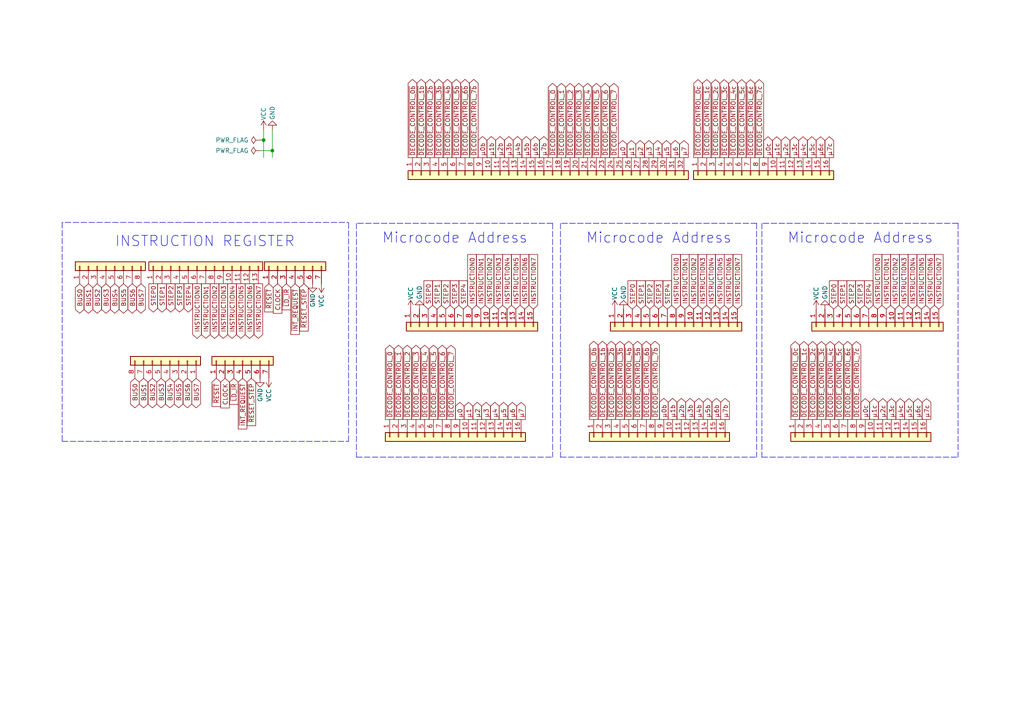
<source format=kicad_sch>
(kicad_sch (version 20211123) (generator eeschema)
  (paper "A4")
  (lib_symbols
    (symbol "Connector_Generic:Conn_01x07" (pin_names (offset 1.016) hide)
      (property "Reference" "J" (at 0 10.16 0))
      (property "Value" "Conn_01x07" (at 0 -10.16 0))
      (symbol "Conn_01x07_1_1"
        (rectangle (start -1.27 -7.493) (end 0 -7.747) (stroke (width 0.1524)))
        (rectangle (start -1.27 -4.953) (end 0 -5.207) (stroke (width 0.1524)))
        (rectangle (start -1.27 -2.413) (end 0 -2.667) (stroke (width 0.1524)))
        (rectangle (start -1.27 0.127) (end 0 -0.127) (stroke (width 0.1524)))
        (rectangle (start -1.27 2.667) (end 0 2.413) (stroke (width 0.1524)))
        (rectangle (start -1.27 5.207) (end 0 4.953) (stroke (width 0.1524)))
        (rectangle (start -1.27 7.747) (end 0 7.493) (stroke (width 0.1524)))
        (rectangle (start -1.27 8.89) (end 1.27 -8.89) (stroke (width 0.254)) (fill (type background)))
        (pin passive line (at -5.08 7.62 0) (length 3.81) (name "Pin_1") (number "1"))
        (pin passive line (at -5.08 5.08 0) (length 3.81) (name "Pin_2") (number "2"))
        (pin passive line (at -5.08 2.54 0) (length 3.81) (name "Pin_3") (number "3"))
        (pin passive line (at -5.08 0 0) (length 3.81) (name "Pin_4") (number "4"))
        (pin passive line (at -5.08 -2.54 0) (length 3.81) (name "Pin_5") (number "5"))
        (pin passive line (at -5.08 -5.08 0) (length 3.81) (name "Pin_6") (number "6"))
        (pin passive line (at -5.08 -7.62 0) (length 3.81) (name "Pin_7") (number "7"))
      )
    )
    (symbol "Connector_Generic:Conn_01x08" (pin_names (offset 1.016) hide)
      (property "Reference" "J" (at 0 10.16 0))
      (property "Value" "Conn_01x08" (at 0 -12.7 0))
      (symbol "Conn_01x08_1_1"
        (rectangle (start -1.27 -10.033) (end 0 -10.287) (stroke (width 0.1524)))
        (rectangle (start -1.27 -7.493) (end 0 -7.747) (stroke (width 0.1524)))
        (rectangle (start -1.27 -4.953) (end 0 -5.207) (stroke (width 0.1524)))
        (rectangle (start -1.27 -2.413) (end 0 -2.667) (stroke (width 0.1524)))
        (rectangle (start -1.27 0.127) (end 0 -0.127) (stroke (width 0.1524)))
        (rectangle (start -1.27 2.667) (end 0 2.413) (stroke (width 0.1524)))
        (rectangle (start -1.27 5.207) (end 0 4.953) (stroke (width 0.1524)))
        (rectangle (start -1.27 7.747) (end 0 7.493) (stroke (width 0.1524)))
        (rectangle (start -1.27 8.89) (end 1.27 -11.43) (stroke (width 0.254)) (fill (type background)))
        (pin passive line (at -5.08 7.62 0) (length 3.81) (name "Pin_1") (number "1"))
        (pin passive line (at -5.08 5.08 0) (length 3.81) (name "Pin_2") (number "2"))
        (pin passive line (at -5.08 2.54 0) (length 3.81) (name "Pin_3") (number "3"))
        (pin passive line (at -5.08 0 0) (length 3.81) (name "Pin_4") (number "4"))
        (pin passive line (at -5.08 -2.54 0) (length 3.81) (name "Pin_5") (number "5"))
        (pin passive line (at -5.08 -5.08 0) (length 3.81) (name "Pin_6") (number "6"))
        (pin passive line (at -5.08 -7.62 0) (length 3.81) (name "Pin_7") (number "7"))
        (pin passive line (at -5.08 -10.16 0) (length 3.81) (name "Pin_8") (number "8"))
      )
    )
    (symbol "Connector_Generic:Conn_01x13" (pin_names (offset 1.016) hide)
      (property "Reference" "J" (at 0 17.78 0))
      (property "Value" "Conn_01x13" (at 0 -17.78 0))
      (symbol "Conn_01x13_1_1"
        (rectangle (start -1.27 -15.113) (end 0 -15.367) (stroke (width 0.1524)))
        (rectangle (start -1.27 -12.573) (end 0 -12.827) (stroke (width 0.1524)))
        (rectangle (start -1.27 -10.033) (end 0 -10.287) (stroke (width 0.1524)))
        (rectangle (start -1.27 -7.493) (end 0 -7.747) (stroke (width 0.1524)))
        (rectangle (start -1.27 -4.953) (end 0 -5.207) (stroke (width 0.1524)))
        (rectangle (start -1.27 -2.413) (end 0 -2.667) (stroke (width 0.1524)))
        (rectangle (start -1.27 0.127) (end 0 -0.127) (stroke (width 0.1524)))
        (rectangle (start -1.27 2.667) (end 0 2.413) (stroke (width 0.1524)))
        (rectangle (start -1.27 5.207) (end 0 4.953) (stroke (width 0.1524)))
        (rectangle (start -1.27 7.747) (end 0 7.493) (stroke (width 0.1524)))
        (rectangle (start -1.27 10.287) (end 0 10.033) (stroke (width 0.1524)))
        (rectangle (start -1.27 12.827) (end 0 12.573) (stroke (width 0.1524)))
        (rectangle (start -1.27 15.367) (end 0 15.113) (stroke (width 0.1524)))
        (rectangle (start -1.27 16.51) (end 1.27 -16.51) (stroke (width 0.254)) (fill (type background)))
        (pin passive line (at -5.08 15.24 0) (length 3.81) (name "Pin_1") (number "1"))
        (pin passive line (at -5.08 -7.62 0) (length 3.81) (name "Pin_10") (number "10"))
        (pin passive line (at -5.08 -10.16 0) (length 3.81) (name "Pin_11") (number "11"))
        (pin passive line (at -5.08 -12.7 0) (length 3.81) (name "Pin_12") (number "12"))
        (pin passive line (at -5.08 -15.24 0) (length 3.81) (name "Pin_13") (number "13"))
        (pin passive line (at -5.08 12.7 0) (length 3.81) (name "Pin_2") (number "2"))
        (pin passive line (at -5.08 10.16 0) (length 3.81) (name "Pin_3") (number "3"))
        (pin passive line (at -5.08 7.62 0) (length 3.81) (name "Pin_4") (number "4"))
        (pin passive line (at -5.08 5.08 0) (length 3.81) (name "Pin_5") (number "5"))
        (pin passive line (at -5.08 2.54 0) (length 3.81) (name "Pin_6") (number "6"))
        (pin passive line (at -5.08 0 0) (length 3.81) (name "Pin_7") (number "7"))
        (pin passive line (at -5.08 -2.54 0) (length 3.81) (name "Pin_8") (number "8"))
        (pin passive line (at -5.08 -5.08 0) (length 3.81) (name "Pin_9") (number "9"))
      )
    )
    (symbol "Connector_Generic:Conn_01x15" (pin_names (offset 1.016) hide)
      (property "Reference" "J" (at 0 20.32 0))
      (property "Value" "Conn_01x15" (at 0 -20.32 0))
      (symbol "Conn_01x15_1_1"
        (rectangle (start -1.27 -17.653) (end 0 -17.907) (stroke (width 0.1524)))
        (rectangle (start -1.27 -15.113) (end 0 -15.367) (stroke (width 0.1524)))
        (rectangle (start -1.27 -12.573) (end 0 -12.827) (stroke (width 0.1524)))
        (rectangle (start -1.27 -10.033) (end 0 -10.287) (stroke (width 0.1524)))
        (rectangle (start -1.27 -7.493) (end 0 -7.747) (stroke (width 0.1524)))
        (rectangle (start -1.27 -4.953) (end 0 -5.207) (stroke (width 0.1524)))
        (rectangle (start -1.27 -2.413) (end 0 -2.667) (stroke (width 0.1524)))
        (rectangle (start -1.27 0.127) (end 0 -0.127) (stroke (width 0.1524)))
        (rectangle (start -1.27 2.667) (end 0 2.413) (stroke (width 0.1524)))
        (rectangle (start -1.27 5.207) (end 0 4.953) (stroke (width 0.1524)))
        (rectangle (start -1.27 7.747) (end 0 7.493) (stroke (width 0.1524)))
        (rectangle (start -1.27 10.287) (end 0 10.033) (stroke (width 0.1524)))
        (rectangle (start -1.27 12.827) (end 0 12.573) (stroke (width 0.1524)))
        (rectangle (start -1.27 15.367) (end 0 15.113) (stroke (width 0.1524)))
        (rectangle (start -1.27 17.907) (end 0 17.653) (stroke (width 0.1524)))
        (rectangle (start -1.27 19.05) (end 1.27 -19.05) (stroke (width 0.254)) (fill (type background)))
        (pin passive line (at -5.08 17.78 0) (length 3.81) (name "Pin_1") (number "1"))
        (pin passive line (at -5.08 -5.08 0) (length 3.81) (name "Pin_10") (number "10"))
        (pin passive line (at -5.08 -7.62 0) (length 3.81) (name "Pin_11") (number "11"))
        (pin passive line (at -5.08 -10.16 0) (length 3.81) (name "Pin_12") (number "12"))
        (pin passive line (at -5.08 -12.7 0) (length 3.81) (name "Pin_13") (number "13"))
        (pin passive line (at -5.08 -15.24 0) (length 3.81) (name "Pin_14") (number "14"))
        (pin passive line (at -5.08 -17.78 0) (length 3.81) (name "Pin_15") (number "15"))
        (pin passive line (at -5.08 15.24 0) (length 3.81) (name "Pin_2") (number "2"))
        (pin passive line (at -5.08 12.7 0) (length 3.81) (name "Pin_3") (number "3"))
        (pin passive line (at -5.08 10.16 0) (length 3.81) (name "Pin_4") (number "4"))
        (pin passive line (at -5.08 7.62 0) (length 3.81) (name "Pin_5") (number "5"))
        (pin passive line (at -5.08 5.08 0) (length 3.81) (name "Pin_6") (number "6"))
        (pin passive line (at -5.08 2.54 0) (length 3.81) (name "Pin_7") (number "7"))
        (pin passive line (at -5.08 0 0) (length 3.81) (name "Pin_8") (number "8"))
        (pin passive line (at -5.08 -2.54 0) (length 3.81) (name "Pin_9") (number "9"))
      )
    )
    (symbol "Connector_Generic:Conn_01x16" (pin_names (offset 1.016) hide)
      (property "Reference" "J" (at 0 20.32 0))
      (property "Value" "Conn_01x16" (at 0 -22.86 0))
      (symbol "Conn_01x16_1_1"
        (rectangle (start -1.27 -20.193) (end 0 -20.447) (stroke (width 0.1524)))
        (rectangle (start -1.27 -17.653) (end 0 -17.907) (stroke (width 0.1524)))
        (rectangle (start -1.27 -15.113) (end 0 -15.367) (stroke (width 0.1524)))
        (rectangle (start -1.27 -12.573) (end 0 -12.827) (stroke (width 0.1524)))
        (rectangle (start -1.27 -10.033) (end 0 -10.287) (stroke (width 0.1524)))
        (rectangle (start -1.27 -7.493) (end 0 -7.747) (stroke (width 0.1524)))
        (rectangle (start -1.27 -4.953) (end 0 -5.207) (stroke (width 0.1524)))
        (rectangle (start -1.27 -2.413) (end 0 -2.667) (stroke (width 0.1524)))
        (rectangle (start -1.27 0.127) (end 0 -0.127) (stroke (width 0.1524)))
        (rectangle (start -1.27 2.667) (end 0 2.413) (stroke (width 0.1524)))
        (rectangle (start -1.27 5.207) (end 0 4.953) (stroke (width 0.1524)))
        (rectangle (start -1.27 7.747) (end 0 7.493) (stroke (width 0.1524)))
        (rectangle (start -1.27 10.287) (end 0 10.033) (stroke (width 0.1524)))
        (rectangle (start -1.27 12.827) (end 0 12.573) (stroke (width 0.1524)))
        (rectangle (start -1.27 15.367) (end 0 15.113) (stroke (width 0.1524)))
        (rectangle (start -1.27 17.907) (end 0 17.653) (stroke (width 0.1524)))
        (rectangle (start -1.27 19.05) (end 1.27 -21.59) (stroke (width 0.254)) (fill (type background)))
        (pin passive line (at -5.08 17.78 0) (length 3.81) (name "Pin_1") (number "1"))
        (pin passive line (at -5.08 -5.08 0) (length 3.81) (name "Pin_10") (number "10"))
        (pin passive line (at -5.08 -7.62 0) (length 3.81) (name "Pin_11") (number "11"))
        (pin passive line (at -5.08 -10.16 0) (length 3.81) (name "Pin_12") (number "12"))
        (pin passive line (at -5.08 -12.7 0) (length 3.81) (name "Pin_13") (number "13"))
        (pin passive line (at -5.08 -15.24 0) (length 3.81) (name "Pin_14") (number "14"))
        (pin passive line (at -5.08 -17.78 0) (length 3.81) (name "Pin_15") (number "15"))
        (pin passive line (at -5.08 -20.32 0) (length 3.81) (name "Pin_16") (number "16"))
        (pin passive line (at -5.08 15.24 0) (length 3.81) (name "Pin_2") (number "2"))
        (pin passive line (at -5.08 12.7 0) (length 3.81) (name "Pin_3") (number "3"))
        (pin passive line (at -5.08 10.16 0) (length 3.81) (name "Pin_4") (number "4"))
        (pin passive line (at -5.08 7.62 0) (length 3.81) (name "Pin_5") (number "5"))
        (pin passive line (at -5.08 5.08 0) (length 3.81) (name "Pin_6") (number "6"))
        (pin passive line (at -5.08 2.54 0) (length 3.81) (name "Pin_7") (number "7"))
        (pin passive line (at -5.08 0 0) (length 3.81) (name "Pin_8") (number "8"))
        (pin passive line (at -5.08 -2.54 0) (length 3.81) (name "Pin_9") (number "9"))
      )
    )
    (symbol "Connector_Generic:Conn_01x32" (pin_names (offset 1.016) hide)
      (property "Reference" "J" (at 0 40.64 0))
      (property "Value" "Conn_01x32" (at 0 -43.18 0))
      (symbol "Conn_01x32_1_1"
        (rectangle (start -1.27 -40.513) (end 0 -40.767) (stroke (width 0.1524)))
        (rectangle (start -1.27 -37.973) (end 0 -38.227) (stroke (width 0.1524)))
        (rectangle (start -1.27 -35.433) (end 0 -35.687) (stroke (width 0.1524)))
        (rectangle (start -1.27 -32.893) (end 0 -33.147) (stroke (width 0.1524)))
        (rectangle (start -1.27 -30.353) (end 0 -30.607) (stroke (width 0.1524)))
        (rectangle (start -1.27 -27.813) (end 0 -28.067) (stroke (width 0.1524)))
        (rectangle (start -1.27 -25.273) (end 0 -25.527) (stroke (width 0.1524)))
        (rectangle (start -1.27 -22.733) (end 0 -22.987) (stroke (width 0.1524)))
        (rectangle (start -1.27 -20.193) (end 0 -20.447) (stroke (width 0.1524)))
        (rectangle (start -1.27 -17.653) (end 0 -17.907) (stroke (width 0.1524)))
        (rectangle (start -1.27 -15.113) (end 0 -15.367) (stroke (width 0.1524)))
        (rectangle (start -1.27 -12.573) (end 0 -12.827) (stroke (width 0.1524)))
        (rectangle (start -1.27 -10.033) (end 0 -10.287) (stroke (width 0.1524)))
        (rectangle (start -1.27 -7.493) (end 0 -7.747) (stroke (width 0.1524)))
        (rectangle (start -1.27 -4.953) (end 0 -5.207) (stroke (width 0.1524)))
        (rectangle (start -1.27 -2.413) (end 0 -2.667) (stroke (width 0.1524)))
        (rectangle (start -1.27 0.127) (end 0 -0.127) (stroke (width 0.1524)))
        (rectangle (start -1.27 2.667) (end 0 2.413) (stroke (width 0.1524)))
        (rectangle (start -1.27 5.207) (end 0 4.953) (stroke (width 0.1524)))
        (rectangle (start -1.27 7.747) (end 0 7.493) (stroke (width 0.1524)))
        (rectangle (start -1.27 10.287) (end 0 10.033) (stroke (width 0.1524)))
        (rectangle (start -1.27 12.827) (end 0 12.573) (stroke (width 0.1524)))
        (rectangle (start -1.27 15.367) (end 0 15.113) (stroke (width 0.1524)))
        (rectangle (start -1.27 17.907) (end 0 17.653) (stroke (width 0.1524)))
        (rectangle (start -1.27 20.447) (end 0 20.193) (stroke (width 0.1524)))
        (rectangle (start -1.27 22.987) (end 0 22.733) (stroke (width 0.1524)))
        (rectangle (start -1.27 25.527) (end 0 25.273) (stroke (width 0.1524)))
        (rectangle (start -1.27 28.067) (end 0 27.813) (stroke (width 0.1524)))
        (rectangle (start -1.27 30.607) (end 0 30.353) (stroke (width 0.1524)))
        (rectangle (start -1.27 33.147) (end 0 32.893) (stroke (width 0.1524)))
        (rectangle (start -1.27 35.687) (end 0 35.433) (stroke (width 0.1524)))
        (rectangle (start -1.27 38.227) (end 0 37.973) (stroke (width 0.1524)))
        (rectangle (start -1.27 39.37) (end 1.27 -41.91) (stroke (width 0.254)) (fill (type background)))
        (pin passive line (at -5.08 38.1 0) (length 3.81) (name "Pin_1") (number "1"))
        (pin passive line (at -5.08 15.24 0) (length 3.81) (name "Pin_10") (number "10"))
        (pin passive line (at -5.08 12.7 0) (length 3.81) (name "Pin_11") (number "11"))
        (pin passive line (at -5.08 10.16 0) (length 3.81) (name "Pin_12") (number "12"))
        (pin passive line (at -5.08 7.62 0) (length 3.81) (name "Pin_13") (number "13"))
        (pin passive line (at -5.08 5.08 0) (length 3.81) (name "Pin_14") (number "14"))
        (pin passive line (at -5.08 2.54 0) (length 3.81) (name "Pin_15") (number "15"))
        (pin passive line (at -5.08 0 0) (length 3.81) (name "Pin_16") (number "16"))
        (pin passive line (at -5.08 -2.54 0) (length 3.81) (name "Pin_17") (number "17"))
        (pin passive line (at -5.08 -5.08 0) (length 3.81) (name "Pin_18") (number "18"))
        (pin passive line (at -5.08 -7.62 0) (length 3.81) (name "Pin_19") (number "19"))
        (pin passive line (at -5.08 35.56 0) (length 3.81) (name "Pin_2") (number "2"))
        (pin passive line (at -5.08 -10.16 0) (length 3.81) (name "Pin_20") (number "20"))
        (pin passive line (at -5.08 -12.7 0) (length 3.81) (name "Pin_21") (number "21"))
        (pin passive line (at -5.08 -15.24 0) (length 3.81) (name "Pin_22") (number "22"))
        (pin passive line (at -5.08 -17.78 0) (length 3.81) (name "Pin_23") (number "23"))
        (pin passive line (at -5.08 -20.32 0) (length 3.81) (name "Pin_24") (number "24"))
        (pin passive line (at -5.08 -22.86 0) (length 3.81) (name "Pin_25") (number "25"))
        (pin passive line (at -5.08 -25.4 0) (length 3.81) (name "Pin_26") (number "26"))
        (pin passive line (at -5.08 -27.94 0) (length 3.81) (name "Pin_27") (number "27"))
        (pin passive line (at -5.08 -30.48 0) (length 3.81) (name "Pin_28") (number "28"))
        (pin passive line (at -5.08 -33.02 0) (length 3.81) (name "Pin_29") (number "29"))
        (pin passive line (at -5.08 33.02 0) (length 3.81) (name "Pin_3") (number "3"))
        (pin passive line (at -5.08 -35.56 0) (length 3.81) (name "Pin_30") (number "30"))
        (pin passive line (at -5.08 -38.1 0) (length 3.81) (name "Pin_31") (number "31"))
        (pin passive line (at -5.08 -40.64 0) (length 3.81) (name "Pin_32") (number "32"))
        (pin passive line (at -5.08 30.48 0) (length 3.81) (name "Pin_4") (number "4"))
        (pin passive line (at -5.08 27.94 0) (length 3.81) (name "Pin_5") (number "5"))
        (pin passive line (at -5.08 25.4 0) (length 3.81) (name "Pin_6") (number "6"))
        (pin passive line (at -5.08 22.86 0) (length 3.81) (name "Pin_7") (number "7"))
        (pin passive line (at -5.08 20.32 0) (length 3.81) (name "Pin_8") (number "8"))
        (pin passive line (at -5.08 17.78 0) (length 3.81) (name "Pin_9") (number "9"))
      )
    )
    (symbol "power:GND" (power) (pin_names (offset 0))
      (property "Value" "GND" (at 0 -3.81 0))
      (symbol "GND_0_1"
        (polyline (pts (xy 0 0) (xy 0 -1.27) (xy 1.27 -1.27) (xy 0 -2.54) (xy -1.27 -1.27) (xy 0 -1.27)))
      )
      (symbol "GND_1_1"
        (pin power_in line (at 0 0 270) (length 0) hide (name "GND") (number "1"))
      )
    )
    (symbol "power:PWR_FLAG" (power) (pin_numbers hide) (pin_names (offset 0) hide)
      (property "Value" "PWR_FLAG" (at 0 3.81 0))
      (symbol "PWR_FLAG_0_0"
        (pin power_out line (at 0 0 90) (length 0) (name "pwr") (number "1"))
      )
      (symbol "PWR_FLAG_0_1"
        (polyline (pts (xy 0 0) (xy 0 1.27) (xy -1.016 1.905) (xy 0 2.54) (xy 1.016 1.905) (xy 0 1.27)))
      )
    )
    (symbol "power:VCC" (power) (pin_names (offset 0))
      (property "Value" "VCC" (at 0 3.81 0))
      (symbol "VCC_0_1"
        (polyline (pts (xy -0.762 1.27) (xy 0 2.54)))
        (polyline (pts (xy 0 0) (xy 0 2.54)))
        (polyline (pts (xy 0 2.54) (xy 0.762 1.27)))
      )
      (symbol "VCC_1_1"
        (pin power_in line (at 0 0 90) (length 0) hide (name "VCC") (number "1"))
      )
    )
  )
  (junction (at 78.994 43.688))
  (junction (at 76.454 40.64))
  (wire (pts (xy 75.438 43.688) (xy 78.994 43.688)))
  (polyline (pts (xy 277.876 64.77) (xy 277.876 132.588)))
  (polyline (pts (xy 101.092 128.016) (xy 101.092 64.516)))
  (polyline (pts (xy 18.034 128.016) (xy 101.092 128.016)))
  (polyline (pts (xy 220.98 132.588) (xy 277.876 132.588)))
  (polyline (pts (xy 219.456 64.77) (xy 219.456 132.588)))
  (polyline (pts (xy 103.378 64.77) (xy 103.378 132.588)))
  (polyline (pts (xy 54.864 64.516) (xy 18.034 64.516)))
  (polyline (pts (xy 277.876 64.77) (xy 220.98 64.77)))
  (polyline (pts (xy 162.56 64.77) (xy 162.56 132.588)))
  (polyline (pts (xy 103.378 132.588) (xy 160.274 132.588)))
  (polyline (pts (xy 18.034 64.516) (xy 18.034 128.016)))
  (wire (pts (xy 78.994 43.688) (xy 78.994 45.72)))
  (wire (pts (xy 78.994 37.592) (xy 78.994 43.688)))
  (polyline (pts (xy 162.56 132.588) (xy 219.456 132.588)))
  (polyline (pts (xy 160.274 64.77) (xy 103.378 64.77)))
  (polyline (pts (xy 220.98 64.77) (xy 220.98 132.588)))
  (wire (pts (xy 76.454 37.592) (xy 76.454 40.64)))
  (polyline (pts (xy 160.274 64.77) (xy 160.274 132.588)))
  (wire (pts (xy 75.438 40.64) (xy 76.454 40.64)))
  (wire (pts (xy 76.454 40.64) (xy 76.454 45.72)))
  (polyline (pts (xy 54.864 64.516) (xy 101.092 64.516)))
  (polyline (pts (xy 219.456 64.77) (xy 162.56 64.77)))
  (text "Microcode Address" (at 169.926 70.866 0) (effects (font (size 3 3)) (justify left bottom)))
  (text "Microcode Address" (at 110.744 70.866 0) (effects (font (size 3 3)) (justify left bottom)))
  (text "INSTRUCTION REGISTER" (at 33.274 71.882 0) (effects (font (size 3 3)) (justify left bottom)))
  (text "Microcode Address" (at 228.346 70.866 0) (effects (font (size 3 3)) (justify left bottom)))
  (global_label "INSTRUCTION0" (shape input) (at 196.088 89.662 90) (property "Intersheet References" "${INTERSHEET_REFS}" (effects hide)))
  (global_label "μ1" (shape output) (at 183.134 45.72 90) (property "Intersheet References" "${INTERSHEET_REFS}" (effects hide)))
  (global_label "~{DECODE_CONTROL_0c}" (shape output) (at 202.438 45.72 90) (property "Intersheet References" "${INTERSHEET_REFS}" (effects hide)))
  (global_label "μ7c" (shape output) (at 240.538 45.72 90) (property "Intersheet References" "${INTERSHEET_REFS}" (effects hide)))
  (global_label "INSTRUCTION2" (shape input) (at 201.168 89.662 90) (property "Intersheet References" "${INTERSHEET_REFS}" (effects hide)))
  (global_label "CLOCK" (shape input) (at 65.278 109.728 270) (property "Intersheet References" "${INTERSHEET_REFS}" (effects hide)))
  (global_label "INSTRUCTION6" (shape output) (at 72.39 82.296 270) (property "Intersheet References" "${INTERSHEET_REFS}" (effects hide)))
  (global_label "~{LD_IR}" (shape input) (at 83.058 82.296 270) (property "Intersheet References" "${INTERSHEET_REFS}" (effects hide)))
  (global_label "~{DECODE_CONTROL_5b}" (shape output) (at 184.912 121.666 90) (property "Intersheet References" "${INTERSHEET_REFS}" (effects hide)))
  (global_label "~{DECODE_CONTROL_3}" (shape output) (at 120.65 121.666 90) (property "Intersheet References" "${INTERSHEET_REFS}" (effects hide)))
  (global_label "~{DECODE_CONTROL_4b}" (shape output) (at 129.794 45.72 90) (property "Intersheet References" "${INTERSHEET_REFS}" (effects hide)))
  (global_label "~{DECODE_CONTROL_3c}" (shape output) (at 238.252 121.666 90) (property "Intersheet References" "${INTERSHEET_REFS}" (effects hide)))
  (global_label "μ6c" (shape output) (at 266.192 121.666 90) (property "Intersheet References" "${INTERSHEET_REFS}" (effects hide)))
  (global_label "μ5c" (shape output) (at 263.652 121.666 90) (property "Intersheet References" "${INTERSHEET_REFS}" (effects hide)))
  (global_label "INSTRUCTION0" (shape output) (at 57.15 82.296 270) (property "Intersheet References" "${INTERSHEET_REFS}" (effects hide)))
  (global_label "~{DECODE_CONTROL_1b}" (shape output) (at 174.752 121.666 90) (property "Intersheet References" "${INTERSHEET_REFS}" (effects hide)))
  (global_label "INSTRUCTION2" (shape input) (at 141.986 89.662 90) (property "Intersheet References" "${INTERSHEET_REFS}" (effects hide)))
  (global_label "BUS5" (shape tri_state) (at 35.814 82.296 270) (property "Intersheet References" "${INTERSHEET_REFS}" (effects hide)))
  (global_label "INSTRUCTION6" (shape input) (at 152.146 89.662 90) (property "Intersheet References" "${INTERSHEET_REFS}" (effects hide)))
  (global_label "~{LD_IR}" (shape input) (at 67.818 109.728 270) (property "Intersheet References" "${INTERSHEET_REFS}" (effects hide)))
  (global_label "STEP1" (shape input) (at 244.348 89.662 90) (property "Intersheet References" "${INTERSHEET_REFS}" (effects hide)))
  (global_label "INSTRUCTION2" (shape input) (at 259.588 89.662 90) (property "Intersheet References" "${INTERSHEET_REFS}" (effects hide)))
  (global_label "μ3" (shape output) (at 188.214 45.72 90) (property "Intersheet References" "${INTERSHEET_REFS}" (effects hide)))
  (global_label "~{DECODE_CONTROL_7b}" (shape output) (at 137.414 45.72 90) (property "Intersheet References" "${INTERSHEET_REFS}" (effects hide)))
  (global_label "INSTRUCTION3" (shape input) (at 262.128 89.662 90) (property "Intersheet References" "${INTERSHEET_REFS}" (effects hide)))
  (global_label "~{DECODE_CONTROL_5c}" (shape output) (at 215.138 45.72 90) (property "Intersheet References" "${INTERSHEET_REFS}" (effects hide)))
  (global_label "~{DECODE_CONTROL_4c}" (shape output) (at 212.598 45.72 90) (property "Intersheet References" "${INTERSHEET_REFS}" (effects hide)))
  (global_label "STEP2" (shape output) (at 49.53 82.296 270) (property "Intersheet References" "${INTERSHEET_REFS}" (effects hide)))
  (global_label "μ3b" (shape output) (at 200.152 121.666 90) (property "Intersheet References" "${INTERSHEET_REFS}" (effects hide)))
  (global_label "μ2c" (shape output) (at 256.032 121.666 90) (property "Intersheet References" "${INTERSHEET_REFS}" (effects hide)))
  (global_label "INSTRUCTION0" (shape input) (at 136.906 89.662 90) (property "Intersheet References" "${INTERSHEET_REFS}" (effects hide)))
  (global_label "CLOCK" (shape input) (at 80.518 82.296 270) (property "Intersheet References" "${INTERSHEET_REFS}" (effects hide)))
  (global_label "~{DECODE_CONTROL_0}" (shape output) (at 160.274 45.72 90) (property "Intersheet References" "${INTERSHEET_REFS}" (effects hide)))
  (global_label "BUS6" (shape tri_state) (at 38.354 82.296 270) (property "Intersheet References" "${INTERSHEET_REFS}" (effects hide)))
  (global_label "~{DECODE_CONTROL_0c}" (shape output) (at 230.632 121.666 90) (property "Intersheet References" "${INTERSHEET_REFS}" (effects hide)))
  (global_label "μ3c" (shape output) (at 230.378 45.72 90) (property "Intersheet References" "${INTERSHEET_REFS}" (effects hide)))
  (global_label "μ1" (shape output) (at 135.89 121.666 90) (property "Intersheet References" "${INTERSHEET_REFS}" (effects hide)))
  (global_label "~{DECODE_CONTROL_7}" (shape output) (at 130.81 121.666 90) (property "Intersheet References" "${INTERSHEET_REFS}" (effects hide)))
  (global_label "INSTRUCTION1" (shape input) (at 257.048 89.662 90) (property "Intersheet References" "${INTERSHEET_REFS}" (effects hide)))
  (global_label "~{DECODE_CONTROL_6b}" (shape output) (at 187.452 121.666 90) (property "Intersheet References" "${INTERSHEET_REFS}" (effects hide)))
  (global_label "STEP0" (shape input) (at 183.388 89.662 90) (property "Intersheet References" "${INTERSHEET_REFS}" (effects hide)))
  (global_label "~{DECODE_CONTROL_1c}" (shape output) (at 233.172 121.666 90) (property "Intersheet References" "${INTERSHEET_REFS}" (effects hide)))
  (global_label "STEP0" (shape input) (at 124.206 89.662 90) (property "Intersheet References" "${INTERSHEET_REFS}" (effects hide)))
  (global_label "μ2" (shape output) (at 185.674 45.72 90) (property "Intersheet References" "${INTERSHEET_REFS}" (effects hide)))
  (global_label "BUS7" (shape tri_state) (at 56.896 109.728 270) (property "Intersheet References" "${INTERSHEET_REFS}" (effects hide)))
  (global_label "μ2b" (shape output) (at 197.612 121.666 90) (property "Intersheet References" "${INTERSHEET_REFS}" (effects hide)))
  (global_label "BUS2" (shape tri_state) (at 44.196 109.728 270) (property "Intersheet References" "${INTERSHEET_REFS}" (effects hide)))
  (global_label "INSTRUCTION5" (shape input) (at 267.208 89.662 90) (property "Intersheet References" "${INTERSHEET_REFS}" (effects hide)))
  (global_label "μ5b" (shape output) (at 152.654 45.72 90) (property "Intersheet References" "${INTERSHEET_REFS}" (effects hide)))
  (global_label "STEP3" (shape input) (at 131.826 89.662 90) (property "Intersheet References" "${INTERSHEET_REFS}" (effects hide)))
  (global_label "μ7" (shape output) (at 198.374 45.72 90) (property "Intersheet References" "${INTERSHEET_REFS}" (effects hide)))
  (global_label "~{DECODE_CONTROL_0b}" (shape output) (at 119.634 45.72 90) (property "Intersheet References" "${INTERSHEET_REFS}" (effects hide)))
  (global_label "μ7" (shape output) (at 151.13 121.666 90) (property "Intersheet References" "${INTERSHEET_REFS}" (effects hide)))
  (global_label "STEP1" (shape input) (at 185.928 89.662 90) (property "Intersheet References" "${INTERSHEET_REFS}" (effects hide)))
  (global_label "μ7b" (shape output) (at 157.734 45.72 90) (property "Intersheet References" "${INTERSHEET_REFS}" (effects hide)))
  (global_label "μ1c" (shape output) (at 253.492 121.666 90) (property "Intersheet References" "${INTERSHEET_REFS}" (effects hide)))
  (global_label "μ2" (shape output) (at 138.43 121.666 90) (property "Intersheet References" "${INTERSHEET_REFS}" (effects hide)))
  (global_label "STEP3" (shape output) (at 52.07 82.296 270) (property "Intersheet References" "${INTERSHEET_REFS}" (effects hide)))
  (global_label "μ4c" (shape output) (at 232.918 45.72 90) (property "Intersheet References" "${INTERSHEET_REFS}" (effects hide)))
  (global_label "INSTRUCTION1" (shape input) (at 198.628 89.662 90) (property "Intersheet References" "${INTERSHEET_REFS}" (effects hide)))
  (global_label "~{DECODE_CONTROL_7b}" (shape output) (at 189.992 121.666 90) (property "Intersheet References" "${INTERSHEET_REFS}" (effects hide)))
  (global_label "~{DECODE_CONTROL_4c}" (shape output) (at 240.792 121.666 90) (property "Intersheet References" "${INTERSHEET_REFS}" (effects hide)))
  (global_label "INSTRUCTION0" (shape input) (at 254.508 89.662 90) (property "Intersheet References" "${INTERSHEET_REFS}" (effects hide)))
  (global_label "~{DECODE_CONTROL_1b}" (shape output) (at 122.174 45.72 90) (property "Intersheet References" "${INTERSHEET_REFS}" (effects hide)))
  (global_label "~{DECODE_CONTROL_5}" (shape output) (at 172.974 45.72 90) (property "Intersheet References" "${INTERSHEET_REFS}" (effects hide)))
  (global_label "INSTRUCTION3" (shape input) (at 203.708 89.662 90) (property "Intersheet References" "${INTERSHEET_REFS}" (effects hide)))
  (global_label "μ4b" (shape output) (at 150.114 45.72 90) (property "Intersheet References" "${INTERSHEET_REFS}" (effects hide)))
  (global_label "BUS1" (shape tri_state) (at 41.656 109.728 270) (property "Intersheet References" "${INTERSHEET_REFS}" (effects hide)))
  (global_label "~{DECODE_CONTROL_1}" (shape output) (at 162.814 45.72 90) (property "Intersheet References" "${INTERSHEET_REFS}" (effects hide)))
  (global_label "~{RESET}" (shape input) (at 77.978 82.296 270) (property "Intersheet References" "${INTERSHEET_REFS}" (effects hide)))
  (global_label "INSTRUCTION7" (shape input) (at 272.288 89.662 90) (property "Intersheet References" "${INTERSHEET_REFS}" (effects hide)))
  (global_label "INSTRUCTION2" (shape output) (at 62.23 82.296 270) (property "Intersheet References" "${INTERSHEET_REFS}" (effects hide)))
  (global_label "μ2c" (shape output) (at 227.838 45.72 90) (property "Intersheet References" "${INTERSHEET_REFS}" (effects hide)))
  (global_label "INSTRUCTION7" (shape input) (at 154.686 89.662 90) (property "Intersheet References" "${INTERSHEET_REFS}" (effects hide)))
  (global_label "~{DECODE_CONTROL_2}" (shape output) (at 165.354 45.72 90) (property "Intersheet References" "${INTERSHEET_REFS}" (effects hide)))
  (global_label "~{DECODE_CONTROL_3b}" (shape output) (at 127.254 45.72 90) (property "Intersheet References" "${INTERSHEET_REFS}" (effects hide)))
  (global_label "~{DECODE_CONTROL_2c}" (shape output) (at 235.712 121.666 90) (property "Intersheet References" "${INTERSHEET_REFS}" (effects hide)))
  (global_label "μ7c" (shape output) (at 268.732 121.666 90) (property "Intersheet References" "${INTERSHEET_REFS}" (effects hide)))
  (global_label "μ0b" (shape output) (at 139.954 45.72 90) (property "Intersheet References" "${INTERSHEET_REFS}" (effects hide)))
  (global_label "INSTRUCTION4" (shape input) (at 147.066 89.662 90) (property "Intersheet References" "${INTERSHEET_REFS}" (effects hide)))
  (global_label "~{DECODE_CONTROL_6}" (shape output) (at 128.27 121.666 90) (property "Intersheet References" "${INTERSHEET_REFS}" (effects hide)))
  (global_label "STEP2" (shape input) (at 246.888 89.662 90) (property "Intersheet References" "${INTERSHEET_REFS}" (effects hide)))
  (global_label "~{DECODE_CONTROL_4b}" (shape output) (at 182.372 121.666 90) (property "Intersheet References" "${INTERSHEET_REFS}" (effects hide)))
  (global_label "INSTRUCTION6" (shape input) (at 211.328 89.662 90) (property "Intersheet References" "${INTERSHEET_REFS}" (effects hide)))
  (global_label "INSTRUCTION1" (shape input) (at 139.446 89.662 90) (property "Intersheet References" "${INTERSHEET_REFS}" (effects hide)))
  (global_label "~{DECODE_CONTROL_4}" (shape output) (at 123.19 121.666 90) (property "Intersheet References" "${INTERSHEET_REFS}" (effects hide)))
  (global_label "~{DECODE_CONTROL_5c}" (shape output) (at 243.332 121.666 90) (property "Intersheet References" "${INTERSHEET_REFS}" (effects hide)))
  (global_label "BUS3" (shape tri_state) (at 30.734 82.296 270) (property "Intersheet References" "${INTERSHEET_REFS}" (effects hide)))
  (global_label "BUS3" (shape tri_state) (at 46.736 109.728 270) (property "Intersheet References" "${INTERSHEET_REFS}" (effects hide)))
  (global_label "~{DECODE_CONTROL_1c}" (shape output) (at 204.978 45.72 90) (property "Intersheet References" "${INTERSHEET_REFS}" (effects hide)))
  (global_label "~{DECODE_CONTROL_5b}" (shape output) (at 132.334 45.72 90) (property "Intersheet References" "${INTERSHEET_REFS}" (effects hide)))
  (global_label "μ0" (shape output) (at 180.594 45.72 90) (property "Intersheet References" "${INTERSHEET_REFS}" (effects hide)))
  (global_label "INSTRUCTION6" (shape input) (at 269.748 89.662 90) (property "Intersheet References" "${INTERSHEET_REFS}" (effects hide)))
  (global_label "~{DECODE_CONTROL_5}" (shape output) (at 125.73 121.666 90) (property "Intersheet References" "${INTERSHEET_REFS}" (effects hide)))
  (global_label "BUS6" (shape tri_state) (at 54.356 109.728 270) (property "Intersheet References" "${INTERSHEET_REFS}" (effects hide)))
  (global_label "~{DECODE_CONTROL_2b}" (shape output) (at 177.292 121.666 90) (property "Intersheet References" "${INTERSHEET_REFS}" (effects hide)))
  (global_label "~{DECODE_CONTROL_3c}" (shape output) (at 210.058 45.72 90) (property "Intersheet References" "${INTERSHEET_REFS}" (effects hide)))
  (global_label "μ6c" (shape output) (at 237.998 45.72 90) (property "Intersheet References" "${INTERSHEET_REFS}" (effects hide)))
  (global_label "~{DECODE_CONTROL_2}" (shape output) (at 118.11 121.666 90) (property "Intersheet References" "${INTERSHEET_REFS}" (effects hide)))
  (global_label "~{DECODE_CONTROL_7}" (shape output) (at 178.054 45.72 90) (property "Intersheet References" "${INTERSHEET_REFS}" (effects hide)))
  (global_label "μ4c" (shape output) (at 261.112 121.666 90) (property "Intersheet References" "${INTERSHEET_REFS}" (effects hide)))
  (global_label "STEP1" (shape output) (at 46.99 82.296 270) (property "Intersheet References" "${INTERSHEET_REFS}" (effects hide)))
  (global_label "μ3c" (shape output) (at 258.572 121.666 90) (property "Intersheet References" "${INTERSHEET_REFS}" (effects hide)))
  (global_label "STEP3" (shape input) (at 191.008 89.662 90) (property "Intersheet References" "${INTERSHEET_REFS}" (effects hide)))
  (global_label "STEP4" (shape input) (at 193.548 89.662 90) (property "Intersheet References" "${INTERSHEET_REFS}" (effects hide)))
  (global_label "μ6" (shape output) (at 195.834 45.72 90) (property "Intersheet References" "${INTERSHEET_REFS}" (effects hide)))
  (global_label "INSTRUCTION1" (shape output) (at 59.69 82.296 270) (property "Intersheet References" "${INTERSHEET_REFS}" (effects hide)))
  (global_label "~{DECODE_CONTROL_6}" (shape output) (at 175.514 45.72 90) (property "Intersheet References" "${INTERSHEET_REFS}" (effects hide)))
  (global_label "μ6b" (shape output) (at 207.772 121.666 90) (property "Intersheet References" "${INTERSHEET_REFS}" (effects hide)))
  (global_label "STEP4" (shape output) (at 54.61 82.296 270) (property "Intersheet References" "${INTERSHEET_REFS}" (effects hide)))
  (global_label "BUS1" (shape tri_state) (at 25.654 82.296 270) (property "Intersheet References" "${INTERSHEET_REFS}" (effects hide)))
  (global_label "STEP0" (shape output) (at 44.45 82.296 270) (property "Intersheet References" "${INTERSHEET_REFS}" (effects hide)))
  (global_label "~{INT_REQUEST}" (shape input) (at 70.358 109.728 270) (property "Intersheet References" "${INTERSHEET_REFS}" (effects hide)))
  (global_label "~{RESET_STEP}" (shape input) (at 88.138 82.296 270) (property "Intersheet References" "${INTERSHEET_REFS}" (effects hide)))
  (global_label "μ5c" (shape output) (at 235.458 45.72 90) (property "Intersheet References" "${INTERSHEET_REFS}" (effects hide)))
  (global_label "~{DECODE_CONTROL_1}" (shape output) (at 115.57 121.666 90) (property "Intersheet References" "${INTERSHEET_REFS}" (effects hide)))
  (global_label "μ5" (shape output) (at 146.05 121.666 90) (property "Intersheet References" "${INTERSHEET_REFS}" (effects hide)))
  (global_label "~{DECODE_CONTROL_4}" (shape output) (at 170.434 45.72 90) (property "Intersheet References" "${INTERSHEET_REFS}" (effects hide)))
  (global_label "INSTRUCTION3" (shape input) (at 144.526 89.662 90) (property "Intersheet References" "${INTERSHEET_REFS}" (effects hide)))
  (global_label "BUS0" (shape tri_state) (at 39.116 109.728 270) (property "Intersheet References" "${INTERSHEET_REFS}" (effects hide)))
  (global_label "μ6" (shape output) (at 148.59 121.666 90) (property "Intersheet References" "${INTERSHEET_REFS}" (effects hide)))
  (global_label "BUS0" (shape tri_state) (at 23.114 82.296 270) (property "Intersheet References" "${INTERSHEET_REFS}" (effects hide)))
  (global_label "~{RESET}" (shape input) (at 62.738 109.728 270) (property "Intersheet References" "${INTERSHEET_REFS}" (effects hide)))
  (global_label "μ0c" (shape output) (at 250.952 121.666 90) (property "Intersheet References" "${INTERSHEET_REFS}" (effects hide)))
  (global_label "μ4" (shape output) (at 143.51 121.666 90) (property "Intersheet References" "${INTERSHEET_REFS}" (effects hide)))
  (global_label "~{DECODE_CONTROL_3b}" (shape output) (at 179.832 121.666 90) (property "Intersheet References" "${INTERSHEET_REFS}" (effects hide)))
  (global_label "~{INT_REQUEST}" (shape input) (at 85.598 82.296 270) (property "Intersheet References" "${INTERSHEET_REFS}" (effects hide)))
  (global_label "μ5b" (shape output) (at 205.232 121.666 90) (property "Intersheet References" "${INTERSHEET_REFS}" (effects hide)))
  (global_label "~{DECODE_CONTROL_6c}" (shape output) (at 245.872 121.666 90) (property "Intersheet References" "${INTERSHEET_REFS}" (effects hide)))
  (global_label "μ5" (shape output) (at 193.294 45.72 90) (property "Intersheet References" "${INTERSHEET_REFS}" (effects hide)))
  (global_label "STEP4" (shape input) (at 251.968 89.662 90) (property "Intersheet References" "${INTERSHEET_REFS}" (effects hide)))
  (global_label "μ0b" (shape output) (at 192.532 121.666 90) (property "Intersheet References" "${INTERSHEET_REFS}" (effects hide)))
  (global_label "STEP0" (shape input) (at 241.808 89.662 90) (property "Intersheet References" "${INTERSHEET_REFS}" (effects hide)))
  (global_label "STEP3" (shape input) (at 249.428 89.662 90) (property "Intersheet References" "${INTERSHEET_REFS}" (effects hide)))
  (global_label "~{RESET_STEP}" (shape input) (at 72.898 109.728 270) (property "Intersheet References" "${INTERSHEET_REFS}" (effects hide)))
  (global_label "μ0" (shape output) (at 133.35 121.666 90) (property "Intersheet References" "${INTERSHEET_REFS}" (effects hide)))
  (global_label "STEP2" (shape input) (at 129.286 89.662 90) (property "Intersheet References" "${INTERSHEET_REFS}" (effects hide)))
  (global_label "~{DECODE_CONTROL_7c}" (shape output) (at 248.412 121.666 90) (property "Intersheet References" "${INTERSHEET_REFS}" (effects hide)))
  (global_label "INSTRUCTION4" (shape output) (at 67.31 82.296 270) (property "Intersheet References" "${INTERSHEET_REFS}" (effects hide)))
  (global_label "~{DECODE_CONTROL_6b}" (shape output) (at 134.874 45.72 90) (property "Intersheet References" "${INTERSHEET_REFS}" (effects hide)))
  (global_label "INSTRUCTION4" (shape input) (at 264.668 89.662 90) (property "Intersheet References" "${INTERSHEET_REFS}" (effects hide)))
  (global_label "INSTRUCTION5" (shape input) (at 149.606 89.662 90) (property "Intersheet References" "${INTERSHEET_REFS}" (effects hide)))
  (global_label "~{DECODE_CONTROL_7c}" (shape output) (at 220.218 45.72 90) (property "Intersheet References" "${INTERSHEET_REFS}" (effects hide)))
  (global_label "INSTRUCTION5" (shape output) (at 69.85 82.296 270) (property "Intersheet References" "${INTERSHEET_REFS}" (effects hide)))
  (global_label "μ2b" (shape output) (at 145.034 45.72 90) (property "Intersheet References" "${INTERSHEET_REFS}" (effects hide)))
  (global_label "~{DECODE_CONTROL_2c}" (shape output) (at 207.518 45.72 90) (property "Intersheet References" "${INTERSHEET_REFS}" (effects hide)))
  (global_label "STEP4" (shape input) (at 134.366 89.662 90) (property "Intersheet References" "${INTERSHEET_REFS}" (effects hide)))
  (global_label "STEP2" (shape input) (at 188.468 89.662 90) (property "Intersheet References" "${INTERSHEET_REFS}" (effects hide)))
  (global_label "~{DECODE_CONTROL_2b}" (shape output) (at 124.714 45.72 90) (property "Intersheet References" "${INTERSHEET_REFS}" (effects hide)))
  (global_label "μ3b" (shape output) (at 147.574 45.72 90) (property "Intersheet References" "${INTERSHEET_REFS}" (effects hide)))
  (global_label "μ4b" (shape output) (at 202.692 121.666 90) (property "Intersheet References" "${INTERSHEET_REFS}" (effects hide)))
  (global_label "μ3" (shape output) (at 140.97 121.666 90) (property "Intersheet References" "${INTERSHEET_REFS}" (effects hide)))
  (global_label "~{DECODE_CONTROL_0}" (shape output) (at 113.03 121.666 90) (property "Intersheet References" "${INTERSHEET_REFS}" (effects hide)))
  (global_label "μ6b" (shape output) (at 155.194 45.72 90) (property "Intersheet References" "${INTERSHEET_REFS}" (effects hide)))
  (global_label "BUS2" (shape tri_state) (at 28.194 82.296 270) (property "Intersheet References" "${INTERSHEET_REFS}" (effects hide)))
  (global_label "BUS4" (shape tri_state) (at 49.276 109.728 270) (property "Intersheet References" "${INTERSHEET_REFS}" (effects hide)))
  (global_label "BUS5" (shape tri_state) (at 51.816 109.728 270) (property "Intersheet References" "${INTERSHEET_REFS}" (effects hide)))
  (global_label "BUS4" (shape tri_state) (at 33.274 82.296 270) (property "Intersheet References" "${INTERSHEET_REFS}" (effects hide)))
  (global_label "INSTRUCTION5" (shape input) (at 208.788 89.662 90) (property "Intersheet References" "${INTERSHEET_REFS}" (effects hide)))
  (global_label "μ4" (shape output) (at 190.754 45.72 90) (property "Intersheet References" "${INTERSHEET_REFS}" (effects hide)))
  (global_label "BUS7" (shape tri_state) (at 40.894 82.296 270) (property "Intersheet References" "${INTERSHEET_REFS}" (effects hide)))
  (global_label "μ1c" (shape output) (at 225.298 45.72 90) (property "Intersheet References" "${INTERSHEET_REFS}" (effects hide)))
  (global_label "INSTRUCTION4" (shape input) (at 206.248 89.662 90) (property "Intersheet References" "${INTERSHEET_REFS}" (effects hide)))
  (global_label "~{DECODE_CONTROL_6c}" (shape output) (at 217.678 45.72 90) (property "Intersheet References" "${INTERSHEET_REFS}" (effects hide)))
  (global_label "μ1b" (shape output) (at 195.072 121.666 90) (property "Intersheet References" "${INTERSHEET_REFS}" (effects hide)))
  (global_label "INSTRUCTION3" (shape output) (at 64.77 82.296 270) (property "Intersheet References" "${INTERSHEET_REFS}" (effects hide)))
  (global_label "μ1b" (shape output) (at 142.494 45.72 90) (property "Intersheet References" "${INTERSHEET_REFS}" (effects hide)))
  (global_label "μ7b" (shape output) (at 210.312 121.666 90) (property "Intersheet References" "${INTERSHEET_REFS}" (effects hide)))
  (global_label "~{DECODE_CONTROL_3}" (shape output) (at 167.894 45.72 90) (property "Intersheet References" "${INTERSHEET_REFS}" (effects hide)))
  (global_label "μ0c" (shape output) (at 222.758 45.72 90) (property "Intersheet References" "${INTERSHEET_REFS}" (effects hide)))
  (global_label "STEP1" (shape input) (at 126.746 89.662 90) (property "Intersheet References" "${INTERSHEET_REFS}" (effects hide)))
  (global_label "INSTRUCTION7" (shape output) (at 74.93 82.296 270) (property "Intersheet References" "${INTERSHEET_REFS}" (effects hide)))
  (global_label "INSTRUCTION7" (shape input) (at 213.868 89.662 90) (property "Intersheet References" "${INTERSHEET_REFS}" (effects hide)))
  (global_label "~{DECODE_CONTROL_0b}" (shape output) (at 172.212 121.666 90) (property "Intersheet References" "${INTERSHEET_REFS}" (effects hide)))
  (symbol (lib_id "Connector_Generic:Conn_01x32") (at 157.734 50.8 90) (mirror x) (unit 1)
    (property "Reference" "J8" (effects hide))
    (property "Value" "Conn_01x15" (effects hide))
    (property "Footprint" "Connector_PinHeader_2.54mm:PinHeader_1x32_P2.54mm_Horizontal" (effects hide))
  )
  (symbol (lib_id "power:VCC") (at 178.308 89.662 0) (unit 1)
    (property "Reference" "#PWR09" (effects hide))
    (property "Value" "VCC" (at 178.308 85.09 90))
  )
  (symbol (lib_id "power:GND") (at 180.848 89.662 180) (unit 1)
    (property "Reference" "#PWR010" (effects hide))
    (property "Value" "GND" (at 180.848 84.836 90))
  )
  (symbol (lib_id "Connector_Generic:Conn_01x07") (at 85.598 77.216 90) (unit 1)
    (property "Reference" "J5" (effects hide))
    (property "Value" "Conn_01x07" (effects hide))
    (property "Footprint" "Connector_PinSocket_2.54mm:PinSocket_1x07_P2.54mm_Vertical" (effects hide))
  )
  (symbol (lib_id "Connector_Generic:Conn_01x15") (at 254.508 94.742 90) (mirror x) (unit 1)
    (property "Reference" "J13" (effects hide))
    (property "Value" "Conn_01x15" (effects hide))
    (property "Footprint" "Connector_PinSocket_2.54mm:PinSocket_1x15_P2.54mm_Vertical" (effects hide))
  )
  (symbol (lib_id "power:PWR_FLAG") (at 75.438 40.64 90) (unit 1)
    (property "Reference" "#FLG01" (effects hide))
    (property "Value" "PWR_FLAG" (at 72.136 40.6399 90) (effects (justify left)))
  )
  (symbol (lib_id "power:GND") (at 121.666 89.662 180) (unit 1)
    (property "Reference" "#PWR08" (effects hide))
    (property "Value" "GND" (at 121.666 84.836 90))
  )
  (symbol (lib_id "Connector_Generic:Conn_01x16") (at 189.992 126.746 90) (mirror x) (unit 1)
    (property "Reference" "J9" (effects hide))
    (property "Value" "Conn_01x16" (effects hide))
    (property "Footprint" "Connector_PinSocket_2.54mm:PinSocket_1x16_P2.54mm_Vertical" (effects hide))
  )
  (symbol (lib_id "power:GND") (at 90.678 82.296 0) (unit 1)
    (property "Reference" "#PWR05" (effects hide))
    (property "Value" "GND" (at 90.678 87.122 90))
  )
  (symbol (lib_id "Connector_Generic:Conn_01x16") (at 220.218 50.8 90) (mirror x) (unit 1)
    (property "Reference" "J11" (effects hide))
    (property "Value" "Conn_01x16" (effects hide))
    (property "Footprint" "Connector_PinHeader_2.54mm:PinHeader_1x16_P2.54mm_Horizontal" (effects hide))
  )
  (symbol (lib_id "Connector_Generic:Conn_01x13") (at 59.69 77.216 90) (unit 1)
    (property "Reference" "J3" (effects hide))
    (property "Value" "Conn_01x13" (effects hide))
    (property "Footprint" "Connector_PinSocket_2.54mm:PinSocket_1x13_P2.54mm_Vertical" (effects hide))
  )
  (symbol (lib_id "Connector_Generic:Conn_01x16") (at 130.81 126.746 90) (mirror x) (unit 1)
    (property "Reference" "J6" (effects hide))
    (property "Value" "Conn_01x16" (effects hide))
    (property "Footprint" "Connector_PinSocket_2.54mm:PinSocket_1x16_P2.54mm_Vertical" (effects hide))
  )
  (symbol (lib_id "Connector_Generic:Conn_01x08") (at 49.276 104.648 270) (mirror x) (unit 1)
    (property "Reference" "J2" (effects hide))
    (property "Value" "Conn_01x08" (effects hide))
    (property "Footprint" "Connector_PinHeader_2.54mm:PinHeader_1x08_P2.54mm_Horizontal" (effects hide))
  )
  (symbol (lib_id "power:VCC") (at 77.978 109.728 180) (unit 1)
    (property "Reference" "#PWR03" (effects hide))
    (property "Value" "VCC" (at 77.978 112.776 90) (effects (justify left)))
  )
  (symbol (lib_id "Connector_Generic:Conn_01x15") (at 196.088 94.742 90) (mirror x) (unit 1)
    (property "Reference" "J10" (effects hide))
    (property "Value" "Conn_01x15" (effects hide))
    (property "Footprint" "Connector_PinSocket_2.54mm:PinSocket_1x15_P2.54mm_Vertical" (effects hide))
  )
  (symbol (lib_id "power:VCC") (at 76.454 37.592 0) (unit 1)
    (property "Reference" "#PWR02" (effects hide))
    (property "Value" "VCC" (at 76.454 33.02 90))
  )
  (symbol (lib_id "Connector_Generic:Conn_01x15") (at 136.906 94.742 90) (mirror x) (unit 1)
    (property "Reference" "J7" (effects hide))
    (property "Value" "Conn_01x15" (effects hide))
    (property "Footprint" "Connector_PinSocket_2.54mm:PinSocket_1x15_P2.54mm_Vertical" (effects hide))
  )
  (symbol (lib_id "power:GND") (at 75.438 109.728 0) (unit 1)
    (property "Reference" "#PWR01" (effects hide))
    (property "Value" "GND" (at 75.438 114.554 90))
  )
  (symbol (lib_id "power:VCC") (at 119.126 89.662 0) (unit 1)
    (property "Reference" "#PWR07" (effects hide))
    (property "Value" "VCC" (at 119.126 85.09 90))
  )
  (symbol (lib_id "Connector_Generic:Conn_01x07") (at 70.358 104.648 90) (unit 1)
    (property "Reference" "J4" (effects hide))
    (property "Value" "Conn_01x07" (effects hide))
    (property "Footprint" "Connector_PinHeader_2.54mm:PinHeader_1x07_P2.54mm_Horizontal" (effects hide))
  )
  (symbol (lib_id "power:GND") (at 78.994 37.592 180) (unit 1)
    (property "Reference" "#PWR04" (effects hide))
    (property "Value" "GND" (at 78.994 32.766 90))
  )
  (symbol (lib_id "power:VCC") (at 236.728 89.662 0) (unit 1)
    (property "Reference" "#PWR011" (effects hide))
    (property "Value" "VCC" (at 236.728 85.09 90))
  )
  (symbol (lib_id "power:VCC") (at 93.218 82.296 180) (unit 1)
    (property "Reference" "#PWR06" (effects hide))
    (property "Value" "VCC" (at 93.218 85.344 90) (effects (justify left)))
  )
  (symbol (lib_id "Connector_Generic:Conn_01x08") (at 30.734 77.216 90) (unit 1)
    (property "Reference" "J1" (effects hide))
    (property "Value" "Conn_01x08" (effects hide))
    (property "Footprint" "Connector_PinSocket_2.54mm:PinSocket_1x08_P2.54mm_Vertical" (effects hide))
  )
  (symbol (lib_id "power:GND") (at 239.268 89.662 180) (unit 1)
    (property "Reference" "#PWR012" (effects hide))
    (property "Value" "GND" (at 239.268 84.836 90))
  )
  (symbol (lib_id "Connector_Generic:Conn_01x16") (at 248.412 126.746 90) (mirror x) (unit 1)
    (property "Reference" "J12" (effects hide))
    (property "Value" "Conn_01x16" (effects hide))
    (property "Footprint" "Connector_PinSocket_2.54mm:PinSocket_1x16_P2.54mm_Vertical" (effects hide))
  )
  (symbol (lib_id "power:PWR_FLAG") (at 75.438 43.688 90) (unit 1)
    (property "Reference" "#FLG02" (effects hide))
    (property "Value" "PWR_FLAG" (at 72.136 43.6879 90) (effects (justify left)))
  )
)
</source>
